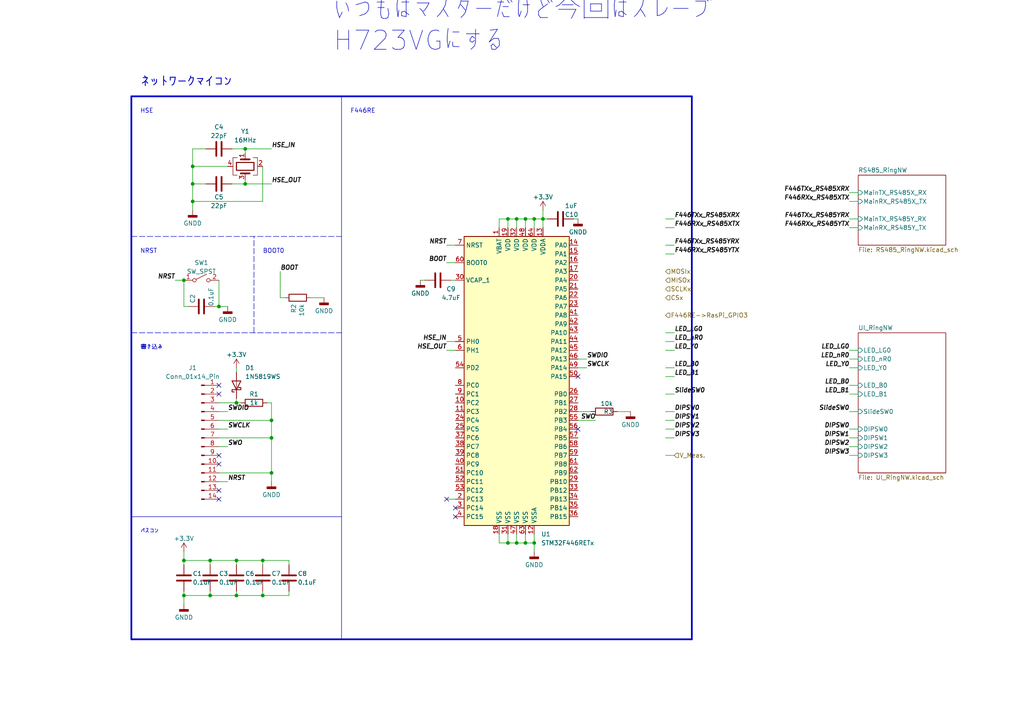
<source format=kicad_sch>
(kicad_sch (version 20230121) (generator eeschema)
  (paper "A4")
  (lib_symbols
    (symbol "Connector:Conn_01x14_Pin" (pin_names (offset 1.016) hide)
      (property "Reference" "J" (at 0 17.78 0))
      (property "Value" "Conn_01x14_Pin" (at 0 -20.32 0))
      (symbol "Conn_01x14_Pin_1_1"
        (polyline (pts (xy 1.27 -17.78) (xy 0.8636 -17.78)) (stroke (width 0.1524)))
        (polyline (pts (xy 1.27 -15.24) (xy 0.8636 -15.24)) (stroke (width 0.1524)))
        (polyline (pts (xy 1.27 -12.7) (xy 0.8636 -12.7)) (stroke (width 0.1524)))
        (polyline (pts (xy 1.27 -10.16) (xy 0.8636 -10.16)) (stroke (width 0.1524)))
        (polyline (pts (xy 1.27 -7.62) (xy 0.8636 -7.62)) (stroke (width 0.1524)))
        (polyline (pts (xy 1.27 -5.08) (xy 0.8636 -5.08)) (stroke (width 0.1524)))
        (polyline (pts (xy 1.27 -2.54) (xy 0.8636 -2.54)) (stroke (width 0.1524)))
        (polyline (pts (xy 1.27 0) (xy 0.8636 0)) (stroke (width 0.1524)))
        (polyline (pts (xy 1.27 2.54) (xy 0.8636 2.54)) (stroke (width 0.1524)))
        (polyline (pts (xy 1.27 5.08) (xy 0.8636 5.08)) (stroke (width 0.1524)))
        (polyline (pts (xy 1.27 7.62) (xy 0.8636 7.62)) (stroke (width 0.1524)))
        (polyline (pts (xy 1.27 10.16) (xy 0.8636 10.16)) (stroke (width 0.1524)))
        (polyline (pts (xy 1.27 12.7) (xy 0.8636 12.7)) (stroke (width 0.1524)))
        (polyline (pts (xy 1.27 15.24) (xy 0.8636 15.24)) (stroke (width 0.1524)))
        (rectangle (start 0.8636 -17.653) (end 0 -17.907) (stroke (width 0.1524)) (fill (type outline)))
        (rectangle (start 0.8636 -15.113) (end 0 -15.367) (stroke (width 0.1524)) (fill (type outline)))
        (rectangle (start 0.8636 -12.573) (end 0 -12.827) (stroke (width 0.1524)) (fill (type outline)))
        (rectangle (start 0.8636 -10.033) (end 0 -10.287) (stroke (width 0.1524)) (fill (type outline)))
        (rectangle (start 0.8636 -7.493) (end 0 -7.747) (stroke (width 0.1524)) (fill (type outline)))
        (rectangle (start 0.8636 -4.953) (end 0 -5.207) (stroke (width 0.1524)) (fill (type outline)))
        (rectangle (start 0.8636 -2.413) (end 0 -2.667) (stroke (width 0.1524)) (fill (type outline)))
        (rectangle (start 0.8636 0.127) (end 0 -0.127) (stroke (width 0.1524)) (fill (type outline)))
        (rectangle (start 0.8636 2.667) (end 0 2.413) (stroke (width 0.1524)) (fill (type outline)))
        (rectangle (start 0.8636 5.207) (end 0 4.953) (stroke (width 0.1524)) (fill (type outline)))
        (rectangle (start 0.8636 7.747) (end 0 7.493) (stroke (width 0.1524)) (fill (type outline)))
        (rectangle (start 0.8636 10.287) (end 0 10.033) (stroke (width 0.1524)) (fill (type outline)))
        (rectangle (start 0.8636 12.827) (end 0 12.573) (stroke (width 0.1524)) (fill (type outline)))
        (rectangle (start 0.8636 15.367) (end 0 15.113) (stroke (width 0.1524)) (fill (type outline)))
        (pin passive line (at 5.08 15.24 180) (length 3.81) (name "Pin_1") (number "1"))
        (pin passive line (at 5.08 -7.62 180) (length 3.81) (name "Pin_10") (number "10"))
        (pin passive line (at 5.08 -10.16 180) (length 3.81) (name "Pin_11") (number "11"))
        (pin passive line (at 5.08 -12.7 180) (length 3.81) (name "Pin_12") (number "12"))
        (pin passive line (at 5.08 -15.24 180) (length 3.81) (name "Pin_13") (number "13"))
        (pin passive line (at 5.08 -17.78 180) (length 3.81) (name "Pin_14") (number "14"))
        (pin passive line (at 5.08 12.7 180) (length 3.81) (name "Pin_2") (number "2"))
        (pin passive line (at 5.08 10.16 180) (length 3.81) (name "Pin_3") (number "3"))
        (pin passive line (at 5.08 7.62 180) (length 3.81) (name "Pin_4") (number "4"))
        (pin passive line (at 5.08 5.08 180) (length 3.81) (name "Pin_5") (number "5"))
        (pin passive line (at 5.08 2.54 180) (length 3.81) (name "Pin_6") (number "6"))
        (pin passive line (at 5.08 0 180) (length 3.81) (name "Pin_7") (number "7"))
        (pin passive line (at 5.08 -2.54 180) (length 3.81) (name "Pin_8") (number "8"))
        (pin passive line (at 5.08 -5.08 180) (length 3.81) (name "Pin_9") (number "9"))
      )
    )
    (symbol "D_Schottky_3" (pin_numbers hide) (pin_names (offset 1.016) hide)
      (property "Reference" "D" (at 0 2.54 0))
      (property "Value" "D_Schottky_3" (at 0 -2.54 0))
      (symbol "D_Schottky_3_0_1"
        (polyline (pts (xy 1.27 0) (xy -1.27 0)))
        (polyline (pts (xy 1.27 1.27) (xy 1.27 -1.27) (xy -1.27 0) (xy 1.27 1.27)) (stroke (width 0.254)))
        (polyline (pts (xy -1.905 0.635) (xy -1.905 1.27) (xy -1.27 1.27) (xy -1.27 -1.27) (xy -0.635 -1.27) (xy -0.635 -0.635)) (stroke (width 0.254)))
      )
      (symbol "D_Schottky_3_1_1"
        (pin passive line (at -3.81 0 0) (length 2.54) (name "K") (number "1"))
        (pin passive line (at 3.81 0 180) (length 2.54) (name "A") (number "2"))
      )
    )
    (symbol "Device:C" (pin_numbers hide) (pin_names (offset 0.254))
      (property "Reference" "C" (at 0.635 2.54 0))
      (property "Value" "C" (at 0.635 -2.54 0))
      (symbol "C_0_1"
        (polyline (pts (xy -2.032 -0.762) (xy 2.032 -0.762)) (stroke (width 0.508)))
        (polyline (pts (xy -2.032 0.762) (xy 2.032 0.762)) (stroke (width 0.508)))
      )
      (symbol "C_1_1"
        (pin passive line (at 0 3.81 270) (length 2.794) (name "~") (number "1"))
        (pin passive line (at 0 -3.81 90) (length 2.794) (name "~") (number "2"))
      )
    )
    (symbol "Device:Crystal_GND24" (pin_names (offset 1.016) hide)
      (property "Reference" "Y" (at 3.175 5.08 0))
      (property "Value" "Crystal_GND24" (at 3.175 3.175 0))
      (symbol "Crystal_GND24_0_1"
        (rectangle (start -1.143 2.54) (end 1.143 -2.54) (stroke (width 0.3048)))
        (polyline (pts (xy -2.54 0) (xy -2.032 0)))
        (polyline (pts (xy -2.032 -1.27) (xy -2.032 1.27)) (stroke (width 0.508)))
        (polyline (pts (xy 0 -3.81) (xy 0 -3.556)))
        (polyline (pts (xy 0 3.556) (xy 0 3.81)))
        (polyline (pts (xy 2.032 -1.27) (xy 2.032 1.27)) (stroke (width 0.508)))
        (polyline (pts (xy 2.032 0) (xy 2.54 0)))
        (polyline (pts (xy -2.54 -2.286) (xy -2.54 -3.556) (xy 2.54 -3.556) (xy 2.54 -2.286)))
        (polyline (pts (xy -2.54 2.286) (xy -2.54 3.556) (xy 2.54 3.556) (xy 2.54 2.286)))
      )
      (symbol "Crystal_GND24_1_1"
        (pin passive line (at -3.81 0 0) (length 1.27) (name "1") (number "1"))
        (pin passive line (at 0 5.08 270) (length 1.27) (name "2") (number "2"))
        (pin passive line (at 3.81 0 180) (length 1.27) (name "3") (number "3"))
        (pin passive line (at 0 -5.08 90) (length 1.27) (name "4") (number "4"))
      )
    )
    (symbol "Device:R" (pin_numbers hide) (pin_names (offset 0))
      (property "Reference" "R" (at 2.032 0 90))
      (property "Value" "R" (at 0 0 90))
      (symbol "R_0_1"
        (rectangle (start -1.016 -2.54) (end 1.016 2.54) (stroke (width 0.254)))
      )
      (symbol "R_1_1"
        (pin passive line (at 0 3.81 270) (length 1.27) (name "~") (number "1"))
        (pin passive line (at 0 -3.81 90) (length 1.27) (name "~") (number "2"))
      )
    )
    (symbol "MCU_ST_STM32F4:STM32F446RETx"
      (property "Reference" "U" (at -15.24 41.91 0))
      (property "Value" "STM32F446RETx" (at 10.16 41.91 0))
      (symbol "STM32F446RETx_0_1"
        (rectangle (start -15.24 -43.18) (end 15.24 40.64) (stroke (width 0.254)) (fill (type background)))
      )
      (symbol "STM32F446RETx_1_1"
        (pin power_in line (at -5.08 43.18 270) (length 2.54) (name "VBAT") (number "1"))
        (pin bidirectional line (at -17.78 -7.62 0) (length 2.54) (name "PC2") (number "10"))
        (pin bidirectional line (at -17.78 -10.16 0) (length 2.54) (name "PC3") (number "11"))
        (pin power_in line (at 5.08 -45.72 90) (length 2.54) (name "VSSA") (number "12"))
        (pin power_in line (at 7.62 43.18 270) (length 2.54) (name "VDDA") (number "13"))
        (pin bidirectional line (at 17.78 38.1 180) (length 2.54) (name "PA0") (number "14"))
        (pin bidirectional line (at 17.78 35.56 180) (length 2.54) (name "PA1") (number "15"))
        (pin bidirectional line (at 17.78 33.02 180) (length 2.54) (name "PA2") (number "16"))
        (pin bidirectional line (at 17.78 30.48 180) (length 2.54) (name "PA3") (number "17"))
        (pin power_in line (at -5.08 -45.72 90) (length 2.54) (name "VSS") (number "18"))
        (pin power_in line (at -2.54 43.18 270) (length 2.54) (name "VDD") (number "19"))
        (pin bidirectional line (at -17.78 -35.56 0) (length 2.54) (name "PC13") (number "2"))
        (pin bidirectional line (at 17.78 27.94 180) (length 2.54) (name "PA4") (number "20"))
        (pin bidirectional line (at 17.78 25.4 180) (length 2.54) (name "PA5") (number "21"))
        (pin bidirectional line (at 17.78 22.86 180) (length 2.54) (name "PA6") (number "22"))
        (pin bidirectional line (at 17.78 20.32 180) (length 2.54) (name "PA7") (number "23"))
        (pin bidirectional line (at -17.78 -12.7 0) (length 2.54) (name "PC4") (number "24"))
        (pin bidirectional line (at -17.78 -15.24 0) (length 2.54) (name "PC5") (number "25"))
        (pin bidirectional line (at 17.78 -5.08 180) (length 2.54) (name "PB0") (number "26"))
        (pin bidirectional line (at 17.78 -7.62 180) (length 2.54) (name "PB1") (number "27"))
        (pin bidirectional line (at 17.78 -10.16 180) (length 2.54) (name "PB2") (number "28"))
        (pin bidirectional line (at 17.78 -30.48 180) (length 2.54) (name "PB10") (number "29"))
        (pin bidirectional line (at -17.78 -38.1 0) (length 2.54) (name "PC14") (number "3"))
        (pin power_in line (at -17.78 27.94 0) (length 2.54) (name "VCAP_1") (number "30"))
        (pin power_in line (at -2.54 -45.72 90) (length 2.54) (name "VSS") (number "31"))
        (pin power_in line (at 0 43.18 270) (length 2.54) (name "VDD") (number "32"))
        (pin bidirectional line (at 17.78 -33.02 180) (length 2.54) (name "PB12") (number "33"))
        (pin bidirectional line (at 17.78 -35.56 180) (length 2.54) (name "PB13") (number "34"))
        (pin bidirectional line (at 17.78 -38.1 180) (length 2.54) (name "PB14") (number "35"))
        (pin bidirectional line (at 17.78 -40.64 180) (length 2.54) (name "PB15") (number "36"))
        (pin bidirectional line (at -17.78 -17.78 0) (length 2.54) (name "PC6") (number "37"))
        (pin bidirectional line (at -17.78 -20.32 0) (length 2.54) (name "PC7") (number "38"))
        (pin bidirectional line (at -17.78 -22.86 0) (length 2.54) (name "PC8") (number "39"))
        (pin bidirectional line (at -17.78 -40.64 0) (length 2.54) (name "PC15") (number "4"))
        (pin bidirectional line (at -17.78 -25.4 0) (length 2.54) (name "PC9") (number "40"))
        (pin bidirectional line (at 17.78 17.78 180) (length 2.54) (name "PA8") (number "41"))
        (pin bidirectional line (at 17.78 15.24 180) (length 2.54) (name "PA9") (number "42"))
        (pin bidirectional line (at 17.78 12.7 180) (length 2.54) (name "PA10") (number "43"))
        (pin bidirectional line (at 17.78 10.16 180) (length 2.54) (name "PA11") (number "44"))
        (pin bidirectional line (at 17.78 7.62 180) (length 2.54) (name "PA12") (number "45"))
        (pin bidirectional line (at 17.78 5.08 180) (length 2.54) (name "PA13") (number "46"))
        (pin power_in line (at 0 -45.72 90) (length 2.54) (name "VSS") (number "47"))
        (pin power_in line (at 2.54 43.18 270) (length 2.54) (name "VDD") (number "48"))
        (pin bidirectional line (at 17.78 2.54 180) (length 2.54) (name "PA14") (number "49"))
        (pin input line (at -17.78 10.16 0) (length 2.54) (name "PH0") (number "5"))
        (pin bidirectional line (at 17.78 0 180) (length 2.54) (name "PA15") (number "50"))
        (pin bidirectional line (at -17.78 -27.94 0) (length 2.54) (name "PC10") (number "51"))
        (pin bidirectional line (at -17.78 -30.48 0) (length 2.54) (name "PC11") (number "52"))
        (pin bidirectional line (at -17.78 -33.02 0) (length 2.54) (name "PC12") (number "53"))
        (pin bidirectional line (at -17.78 2.54 0) (length 2.54) (name "PD2") (number "54"))
        (pin bidirectional line (at 17.78 -12.7 180) (length 2.54) (name "PB3") (number "55"))
        (pin bidirectional line (at 17.78 -15.24 180) (length 2.54) (name "PB4") (number "56"))
        (pin bidirectional line (at 17.78 -17.78 180) (length 2.54) (name "PB5") (number "57"))
        (pin bidirectional line (at 17.78 -20.32 180) (length 2.54) (name "PB6") (number "58"))
        (pin bidirectional line (at 17.78 -22.86 180) (length 2.54) (name "PB7") (number "59"))
        (pin input line (at -17.78 7.62 0) (length 2.54) (name "PH1") (number "6"))
        (pin input line (at -17.78 33.02 0) (length 2.54) (name "BOOT0") (number "60"))
        (pin bidirectional line (at 17.78 -25.4 180) (length 2.54) (name "PB8") (number "61"))
        (pin bidirectional line (at 17.78 -27.94 180) (length 2.54) (name "PB9") (number "62"))
        (pin power_in line (at 2.54 -45.72 90) (length 2.54) (name "VSS") (number "63"))
        (pin power_in line (at 5.08 43.18 270) (length 2.54) (name "VDD") (number "64"))
        (pin input line (at -17.78 38.1 0) (length 2.54) (name "NRST") (number "7"))
        (pin bidirectional line (at -17.78 -2.54 0) (length 2.54) (name "PC0") (number "8"))
        (pin bidirectional line (at -17.78 -5.08 0) (length 2.54) (name "PC1") (number "9"))
      )
    )
    (symbol "Switch:SW_SPST" (pin_names (offset 0) hide)
      (property "Reference" "SW" (at 0 3.175 0))
      (property "Value" "SW_SPST" (at 0 -2.54 0))
      (symbol "SW_SPST_0_0"
        (circle (center -2.032 0) (radius 0.508))
        (polyline (pts (xy -1.524 0.254) (xy 1.524 1.778)))
        (circle (center 2.032 0) (radius 0.508))
      )
      (symbol "SW_SPST_1_1"
        (pin passive line (at -5.08 0 0) (length 2.54) (name "A") (number "1"))
        (pin passive line (at 5.08 0 180) (length 2.54) (name "B") (number "2"))
      )
    )
    (symbol "power:+3.3V" (power) (pin_names (offset 0))
      (property "Value" "+3.3V" (at 0 3.556 0))
      (symbol "+3.3V_0_1"
        (polyline (pts (xy -0.762 1.27) (xy 0 2.54)))
        (polyline (pts (xy 0 0) (xy 0 2.54)))
        (polyline (pts (xy 0 2.54) (xy 0.762 1.27)))
      )
      (symbol "+3.3V_1_1"
        (pin power_in line (at 0 0 90) (length 0) hide (name "+3.3V") (number "1"))
      )
    )
    (symbol "power:GNDD" (power) (pin_names (offset 0))
      (property "Value" "GNDD" (at 0 -3.175 0))
      (symbol "GNDD_0_1"
        (rectangle (start -1.27 -1.524) (end 1.27 -2.032) (stroke (width 0.254)) (fill (type outline)))
        (polyline (pts (xy 0 0) (xy 0 -1.524)))
      )
      (symbol "GNDD_1_1"
        (pin power_in line (at 0 0 270) (length 0) hide (name "GNDD") (number "1"))
      )
    )
  )
  (junction (at 78.74 137.16))
  (junction (at 63.5 88.9))
  (junction (at 78.74 121.92))
  (junction (at 71.12 43.18))
  (junction (at 55.88 53.34))
  (junction (at 55.88 48.26))
  (junction (at 68.58 172.72))
  (junction (at 152.4 63.5))
  (junction (at 53.34 81.28))
  (junction (at 68.58 162.56))
  (junction (at 60.96 172.72))
  (junction (at 157.48 63.5))
  (junction (at 55.88 58.42))
  (junction (at 149.86 157.48))
  (junction (at 53.34 162.56))
  (junction (at 154.94 157.48))
  (junction (at 76.2 162.56))
  (junction (at 152.4 157.48))
  (junction (at 68.58 116.84))
  (junction (at 60.96 162.56))
  (junction (at 147.32 157.48))
  (junction (at 147.32 63.5))
  (junction (at 76.2 172.72))
  (junction (at 149.86 63.5))
  (junction (at 71.12 53.34))
  (junction (at 78.74 127))
  (junction (at 154.94 63.5))
  (junction (at 53.34 172.72))
  (no_connect (at 167.64 124.46))
  (no_connect (at 132.08 149.86))
  (no_connect (at 63.5 132.08))
  (no_connect (at 129.54 144.78))
  (no_connect (at 63.5 142.24))
  (no_connect (at 167.64 109.22))
  (no_connect (at 63.5 111.76))
  (no_connect (at 63.5 114.3))
  (no_connect (at 63.5 144.78))
  (no_connect (at 132.08 147.32))
  (no_connect (at 63.5 134.62))
  (wire (pts (xy 154.94 157.48) (xy 154.94 160.02)))
  (wire (pts (xy 246.38 63.5) (xy 248.92 63.5)))
  (wire (pts (xy 78.74 137.16) (xy 78.74 127)))
  (wire (pts (xy 77.47 116.84) (xy 78.74 116.84)))
  (wire (pts (xy 154.94 63.5) (xy 157.48 63.5)))
  (polyline (pts (xy 99.06 27.94) (xy 99.06 185.42)) (stroke (width 0) (type solid)))
  (wire (pts (xy 81.28 78.74) (xy 81.28 86.36)))
  (wire (pts (xy 152.4 63.5) (xy 152.4 66.04)))
  (wire (pts (xy 60.96 171.45) (xy 60.96 172.72)))
  (wire (pts (xy 60.96 162.56) (xy 60.96 163.83)))
  (polyline (pts (xy 38.1 27.94) (xy 38.1 185.42)) (stroke (width 0.5) (type solid)))
  (wire (pts (xy 246.38 132.08) (xy 248.92 132.08)))
  (wire (pts (xy 246.38 111.76) (xy 248.92 111.76)))
  (wire (pts (xy 76.2 172.72) (xy 83.82 172.72)))
  (wire (pts (xy 195.58 119.38) (xy 193.04 119.38)))
  (wire (pts (xy 68.58 116.84) (xy 63.5 116.84)))
  (wire (pts (xy 152.4 63.5) (xy 154.94 63.5)))
  (wire (pts (xy 63.5 137.16) (xy 78.74 137.16)))
  (wire (pts (xy 147.32 157.48) (xy 149.86 157.48)))
  (polyline (pts (xy 38.1 68.58) (xy 99.06 68.58)) (stroke (width 0) (type dash)))
  (wire (pts (xy 83.82 172.72) (xy 83.82 171.45)))
  (wire (pts (xy 130.81 81.28) (xy 132.08 81.28)))
  (wire (pts (xy 246.38 106.68) (xy 248.92 106.68)))
  (wire (pts (xy 63.5 88.9) (xy 62.23 88.9)))
  (wire (pts (xy 157.48 60.96) (xy 157.48 63.5)))
  (wire (pts (xy 90.17 86.36) (xy 93.98 86.36)))
  (wire (pts (xy 246.38 55.88) (xy 248.92 55.88)))
  (wire (pts (xy 149.86 63.5) (xy 149.86 66.04)))
  (wire (pts (xy 195.58 106.68) (xy 193.04 106.68)))
  (wire (pts (xy 246.38 127) (xy 248.92 127)))
  (wire (pts (xy 195.58 114.3) (xy 193.04 114.3)))
  (wire (pts (xy 67.31 53.34) (xy 71.12 53.34)))
  (wire (pts (xy 68.58 172.72) (xy 76.2 172.72)))
  (wire (pts (xy 149.86 63.5) (xy 152.4 63.5)))
  (wire (pts (xy 154.94 66.04) (xy 154.94 63.5)))
  (wire (pts (xy 78.74 127) (xy 78.74 121.92)))
  (wire (pts (xy 149.86 154.94) (xy 149.86 157.48)))
  (wire (pts (xy 246.38 129.54) (xy 248.92 129.54)))
  (wire (pts (xy 167.64 104.14) (xy 170.18 104.14)))
  (wire (pts (xy 167.64 119.38) (xy 171.45 119.38)))
  (wire (pts (xy 167.64 106.68) (xy 170.18 106.68)))
  (wire (pts (xy 149.86 157.48) (xy 152.4 157.48)))
  (polyline (pts (xy 38.1 185.42) (xy 200.66 185.42)) (stroke (width 0.5) (type solid)))
  (wire (pts (xy 63.5 124.46) (xy 66.04 124.46)))
  (wire (pts (xy 68.58 171.45) (xy 68.58 172.72)))
  (wire (pts (xy 53.34 88.9) (xy 54.61 88.9)))
  (wire (pts (xy 144.78 154.94) (xy 144.78 157.48)))
  (wire (pts (xy 68.58 162.56) (xy 68.58 163.83)))
  (wire (pts (xy 76.2 162.56) (xy 83.82 162.56)))
  (wire (pts (xy 123.19 81.28) (xy 121.92 81.28)))
  (wire (pts (xy 179.07 119.38) (xy 182.88 119.38)))
  (wire (pts (xy 246.38 104.14) (xy 248.92 104.14)))
  (wire (pts (xy 166.37 63.5) (xy 167.64 63.5)))
  (wire (pts (xy 246.38 124.46) (xy 248.92 124.46)))
  (wire (pts (xy 60.96 162.56) (xy 68.58 162.56)))
  (wire (pts (xy 68.58 115.57) (xy 68.58 116.84)))
  (wire (pts (xy 63.5 119.38) (xy 66.04 119.38)))
  (wire (pts (xy 68.58 106.68) (xy 68.58 107.95)))
  (wire (pts (xy 195.58 127) (xy 193.04 127)))
  (wire (pts (xy 246.38 101.6) (xy 248.92 101.6)))
  (wire (pts (xy 152.4 154.94) (xy 152.4 157.48)))
  (wire (pts (xy 59.69 43.18) (xy 55.88 43.18)))
  (wire (pts (xy 147.32 154.94) (xy 147.32 157.48)))
  (wire (pts (xy 76.2 162.56) (xy 76.2 163.83)))
  (wire (pts (xy 246.38 66.04) (xy 248.92 66.04)))
  (wire (pts (xy 71.12 43.18) (xy 71.12 44.45)))
  (polyline (pts (xy 38.1 27.94) (xy 200.66 27.94)) (stroke (width 0.5) (type solid)))
  (wire (pts (xy 55.88 58.42) (xy 76.2 58.42)))
  (wire (pts (xy 129.54 76.2) (xy 132.08 76.2)))
  (wire (pts (xy 53.34 162.56) (xy 60.96 162.56)))
  (wire (pts (xy 53.34 160.02) (xy 53.34 162.56)))
  (wire (pts (xy 246.38 58.42) (xy 248.92 58.42)))
  (wire (pts (xy 76.2 171.45) (xy 76.2 172.72)))
  (wire (pts (xy 195.58 124.46) (xy 193.04 124.46)))
  (wire (pts (xy 144.78 157.48) (xy 147.32 157.48)))
  (wire (pts (xy 83.82 162.56) (xy 83.82 163.83)))
  (wire (pts (xy 53.34 81.28) (xy 53.34 88.9)))
  (wire (pts (xy 195.58 121.92) (xy 193.04 121.92)))
  (wire (pts (xy 55.88 60.96) (xy 55.88 58.42)))
  (wire (pts (xy 78.74 139.7) (xy 78.74 137.16)))
  (wire (pts (xy 63.5 88.9) (xy 66.04 88.9)))
  (wire (pts (xy 55.88 48.26) (xy 66.04 48.26)))
  (polyline (pts (xy 200.66 185.42) (xy 200.66 27.94)) (stroke (width 0.5) (type solid)))
  (wire (pts (xy 147.32 63.5) (xy 149.86 63.5)))
  (polyline (pts (xy 73.66 96.52) (xy 73.66 68.58)) (stroke (width 0) (type dash)))
  (wire (pts (xy 81.28 86.36) (xy 82.55 86.36)))
  (wire (pts (xy 53.34 172.72) (xy 60.96 172.72)))
  (wire (pts (xy 152.4 157.48) (xy 154.94 157.48)))
  (wire (pts (xy 55.88 53.34) (xy 59.69 53.34)))
  (wire (pts (xy 144.78 63.5) (xy 147.32 63.5)))
  (wire (pts (xy 195.58 109.22) (xy 193.04 109.22)))
  (polyline (pts (xy 99.06 149.86) (xy 38.1 149.86)) (stroke (width 0) (type solid)))
  (wire (pts (xy 76.2 48.26) (xy 76.2 58.42)))
  (wire (pts (xy 147.32 66.04) (xy 147.32 63.5)))
  (wire (pts (xy 53.34 172.72) (xy 53.34 175.26)))
  (wire (pts (xy 78.74 43.18) (xy 71.12 43.18)))
  (wire (pts (xy 55.88 43.18) (xy 55.88 48.26)))
  (wire (pts (xy 71.12 52.07) (xy 71.12 53.34)))
  (wire (pts (xy 68.58 116.84) (xy 69.85 116.84)))
  (wire (pts (xy 55.88 53.34) (xy 55.88 58.42)))
  (wire (pts (xy 195.58 96.52) (xy 193.04 96.52)))
  (wire (pts (xy 63.5 127) (xy 78.74 127)))
  (wire (pts (xy 167.64 121.92) (xy 172.72 121.92)))
  (wire (pts (xy 193.04 132.08) (xy 195.58 132.08)))
  (wire (pts (xy 195.58 73.66) (xy 193.04 73.66)))
  (wire (pts (xy 129.54 71.12) (xy 132.08 71.12)))
  (wire (pts (xy 144.78 63.5) (xy 144.78 66.04)))
  (wire (pts (xy 129.54 99.06) (xy 132.08 99.06)))
  (wire (pts (xy 132.08 144.78) (xy 129.54 144.78)))
  (wire (pts (xy 195.58 71.12) (xy 193.04 71.12)))
  (wire (pts (xy 63.5 129.54) (xy 66.04 129.54)))
  (wire (pts (xy 78.74 116.84) (xy 78.74 121.92)))
  (polyline (pts (xy 38.1 96.52) (xy 99.06 96.52)) (stroke (width 0) (type dash)))
  (wire (pts (xy 158.75 63.5) (xy 157.48 63.5)))
  (wire (pts (xy 60.96 172.72) (xy 68.58 172.72)))
  (wire (pts (xy 154.94 154.94) (xy 154.94 157.48)))
  (wire (pts (xy 53.34 171.45) (xy 53.34 172.72)))
  (wire (pts (xy 67.31 43.18) (xy 71.12 43.18)))
  (wire (pts (xy 129.54 101.6) (xy 132.08 101.6)))
  (wire (pts (xy 71.12 53.34) (xy 78.74 53.34)))
  (wire (pts (xy 55.88 48.26) (xy 55.88 53.34)))
  (wire (pts (xy 195.58 63.5) (xy 193.04 63.5)))
  (wire (pts (xy 63.5 121.92) (xy 78.74 121.92)))
  (wire (pts (xy 68.58 162.56) (xy 76.2 162.56)))
  (wire (pts (xy 246.38 114.3) (xy 248.92 114.3)))
  (wire (pts (xy 50.8 81.28) (xy 53.34 81.28)))
  (wire (pts (xy 157.48 63.5) (xy 157.48 66.04)))
  (wire (pts (xy 53.34 162.56) (xy 53.34 163.83)))
  (wire (pts (xy 246.38 119.38) (xy 248.92 119.38)))
  (wire (pts (xy 195.58 66.04) (xy 193.04 66.04)))
  (wire (pts (xy 195.58 99.06) (xy 193.04 99.06)))
  (wire (pts (xy 63.5 139.7) (xy 66.04 139.7)))
  (wire (pts (xy 195.58 101.6) (xy 193.04 101.6)))
  (wire (pts (xy 63.5 81.28) (xy 63.5 88.9)))
  (text "書き込み" (at 40.64 101.6 0) (effects (font (size 1.27 1.27)) (justify left bottom)))
  (text "NRST" (at 40.64 73.66 0) (effects (font (size 1.27 1.27)) (justify left bottom)))
  (text "BOOT0" (at 76.2 73.66 0) (effects (font (size 1.27 1.27)) (justify left bottom)))
  (text "HSE" (at 40.64 33.02 0) (effects (font (size 1.27 1.27)) (justify left bottom)))
  (text "ネットワークマイコン" (at 40.64 25.4 0) (effects (font (size 2.54 2.54) (thickness 0.254) bold) (justify left bottom)))
  (text "MOSI/MISOはいつものとおんなじでいいのか\nいつもはマスターだけど今回はスレーブ\nH723VGにする" (at 96.52 15.24 0) (effects (font (size 5.56 5.56)) (justify left bottom)))
  (text "F446RE" (at 101.6 33.02 0) (effects (font (size 1.27 1.27)) (justify left bottom)))
  (text "パスコン" (at 40.64 154.94 0) (effects (font (size 1.27 1.27)) (justify left bottom)))
  (label "DIPSW0" (at 246.38 124.46 180) (effects (font (thickness 0.254) bold italic)))
  (label "SlideSW0" (at 246.38 119.38 180) (effects (font (thickness 0.254) bold italic)))
  (label "LED_nR0" (at 195.58 99.06 0) (effects (font (thickness 0.254) bold italic)))
  (label "LED_B1" (at 246.38 114.3 180) (effects (font (thickness 0.254) bold italic)))
  (label "DIPSW3" (at 195.58 127 0) (effects (font (thickness 0.254) bold italic)))
  (label "DIPSW2" (at 195.58 124.46 0) (effects (font (thickness 0.254) bold italic)))
  (label "DIPSW1" (at 246.38 127 180) (effects (font (thickness 0.254) bold italic)))
  (label "SWDIO" (at 66.04 119.38 0) (effects (font (thickness 0.254) bold italic)))
  (label "SWCLK" (at 170.18 106.68 0) (effects (font (thickness 0.254) bold italic)))
  (label "DIPSW0" (at 195.58 119.38 0) (effects (font (thickness 0.254) bold italic)))
  (label "BOOT" (at 129.54 76.2 180) (effects (font (thickness 0.254) bold italic)))
  (label "HSE_OUT" (at 78.74 53.34 0) (effects (font (thickness 0.254) bold italic)))
  (label "SlideSW0" (at 195.58 114.3 0) (effects (font (thickness 0.254) bold italic)))
  (label "LED_B0" (at 246.38 111.76 180) (effects (font (thickness 0.254) bold italic)))
  (label "DIPSW2" (at 246.38 129.54 180) (effects (font (thickness 0.254) bold italic)))
  (label "DIPSW1" (at 195.58 121.92 0) (effects (font (thickness 0.254) bold italic)))
  (label "LED_Y0" (at 195.58 101.6 0) (effects (font (thickness 0.254) bold italic)))
  (label "NRST" (at 50.8 81.28 180) (effects (font (thickness 0.254) bold italic)))
  (label "HSE_IN" (at 78.74 43.18 0) (effects (font (thickness 0.254) bold italic)))
  (label "NRST" (at 66.04 139.7 0) (effects (font (thickness 0.254) bold italic)))
  (label "NRST" (at 129.54 71.12 180) (effects (font (thickness 0.254) bold italic)))
  (label "F446RXx_RS485XTX" (at 195.58 66.04 0) (effects (font (thickness 0.254) bold italic)))
  (label "LED_nR0" (at 246.38 104.14 180) (effects (font (thickness 0.254) bold italic)))
  (label "F446TXx_RS485XRX" (at 246.38 55.88 180) (effects (font (thickness 0.254) bold italic)))
  (label "F446RXx_RS485YTX" (at 195.58 73.66 0) (effects (font (thickness 0.254) bold italic)))
  (label "LED_Y0" (at 246.38 106.68 180) (effects (font (thickness 0.254) bold italic)))
  (label "F446TXx_RS485YRX" (at 195.58 71.12 0) (effects (font (thickness 0.254) bold italic)))
  (label "LED_B0" (at 195.58 106.68 0) (effects (font (thickness 0.254) bold italic)))
  (label "SWO" (at 172.72 121.92 180) (effects (font (thickness 0.254) bold italic)))
  (label "DIPSW3" (at 246.38 132.08 180) (effects (font (thickness 0.254) bold italic)))
  (label "SWCLK" (at 66.04 124.46 0) (effects (font (thickness 0.254) bold italic)))
  (label "LED_B1" (at 195.58 109.22 0) (effects (font (thickness 0.254) bold italic)))
  (label "F446TXx_RS485YRX" (at 246.38 63.5 180) (effects (font (thickness 0.254) bold italic)))
  (label "F446TXx_RS485XRX" (at 195.58 63.5 0) (effects (font (thickness 0.254) bold italic)))
  (label "BOOT" (at 81.28 78.74 0) (effects (font (thickness 0.254) bold italic)))
  (label "HSE_IN" (at 129.54 99.06 180) (effects (font (thickness 0.254) bold italic)))
  (label "LED_LG0" (at 246.38 101.6 180) (effects (font (thickness 0.254) bold italic)))
  (label "F446RXx_RS485XTX" (at 246.38 58.42 180) (effects (font (thickness 0.254) bold italic)))
  (label "LED_LG0" (at 195.58 96.52 0) (effects (font (thickness 0.254) bold italic)))
  (label "F446RXx_RS485YTX" (at 246.38 66.04 180) (effects (font (thickness 0.254) bold italic)))
  (label "SWO" (at 66.04 129.54 0) (effects (font (thickness 0.254) bold italic)))
  (label "SWDIO" (at 170.18 104.14 0) (effects (font (thickness 0.254) bold italic)))
  (label "HSE_OUT" (at 129.54 101.6 180) (effects (font (thickness 0.254) bold italic)))
  (hierarchical_label "MISOx" (shape input) (at 193.04 81.28 0))
  (hierarchical_label "MOSIx" (shape input) (at 193.04 78.74 0))
  (hierarchical_label "SCLKx" (shape input) (at 193.04 83.82 0))
  (hierarchical_label "CSx" (shape input) (at 193.04 86.36 0))
  (hierarchical_label "F446RE->RasPi_GPIO3" (shape input) (at 193.04 91.44 0))
  (hierarchical_label "V_Meas." (shape input) (at 195.58 132.08 0))
  (symbol (lib_id "Device:C") (at 60.96 167.64 0) (unit 1)
    (property "Reference" "C3" (at 63.5 166.37 0) (effects (justify left)))
    (property "Value" "0.1uF" (at 63.5 168.91 0) (effects (justify left)))
    (property "Footprint" "Capacitor_SMD:C_0402_1005Metric" (effects hide))
  )
  (symbol (lib_id "Device:Crystal_GND24") (at 71.12 48.26 270) (unit 1)
    (property "Reference" "Y1" (at 71.12 38.1 90))
    (property "Value" "16MHz" (at 71.12 40.64 90))
    (property "Footprint" "Crystal:Crystal_SMD_3225-4Pin_3.2x2.5mm" (effects hide))
  )
  (symbol (lib_id "Switch:SW_SPST") (at 58.42 81.28 0) (unit 1)
    (property "Reference" "SW1" (at 58.42 76.2 0))
    (property "Value" "SW_SPST" (at 58.42 78.74 0))
    (property "Footprint" "Button_Switch_SMD:SW_Push_1P1T_NO_Vertical_Wuerth_434133025816" (effects hide))
  )
  (symbol (lib_id "Device:C") (at 127 81.28 270) (unit 1)
    (property "Reference" "C9" (at 130.81 83.82 90))
    (property "Value" "4.7uF" (at 130.81 86.36 90))
    (property "Footprint" "Capacitor_SMD:C_0603_1608Metric" (effects hide))
  )
  (symbol (lib_id "Device:C") (at 63.5 43.18 90) (unit 1)
    (property "Reference" "C4" (at 63.5 36.83 90))
    (property "Value" "22pF" (at 63.5 39.37 90))
    (property "Footprint" "Capacitor_SMD:C_0603_1608Metric" (effects hide))
  )
  (symbol (lib_name "D_Schottky_3") (lib_id "Device:D_Schottky") (at 68.58 111.76 90) (unit 1)
    (property "Reference" "D1" (at 71.12 106.68 90) (effects (justify right)))
    (property "Value" "1N5819WS" (at 71.12 109.22 90) (effects (justify right)))
    (property "Footprint" "Diode_SMD:D_SOD-323_HandSoldering" (effects hide))
  )
  (symbol (lib_id "power:GNDD") (at 66.04 88.9 0) (unit 1)
    (property "Reference" "#PWR04" (effects hide))
    (property "Value" "GNDD" (at 66.04 92.71 0))
  )
  (symbol (lib_id "power:GNDD") (at 154.94 160.02 0) (unit 1)
    (property "Reference" "#PWR09" (effects hide))
    (property "Value" "GNDD" (at 154.94 163.83 0))
  )
  (symbol (lib_id "Device:C") (at 83.82 167.64 0) (unit 1)
    (property "Reference" "C8" (at 86.36 166.37 0) (effects (justify left)))
    (property "Value" "0.1uF" (at 86.36 168.91 0) (effects (justify left)))
    (property "Footprint" "Capacitor_SMD:C_0402_1005Metric" (effects hide))
  )
  (symbol (lib_id "power:GNDD") (at 121.92 81.28 0) (unit 1)
    (property "Reference" "#PWR08" (effects hide))
    (property "Value" "GNDD" (at 121.92 85.09 0))
  )
  (symbol (lib_id "power:+3.3V") (at 68.58 106.68 0) (unit 1)
    (property "Reference" "#PWR05" (effects hide))
    (property "Value" "+3.3V" (at 68.58 102.87 0))
  )
  (symbol (lib_id "Device:R") (at 175.26 119.38 90) (mirror x) (unit 1)
    (property "Reference" "R3" (at 177.8 119.38 90) (effects (justify left)))
    (property "Value" "10k" (at 177.8 117.0686 90) (effects (justify left)))
    (property "Footprint" "Resistor_SMD:R_0402_1005Metric" (effects hide))
  )
  (symbol (lib_id "Connector:Conn_01x14_Pin") (at 58.42 127 0) (unit 1)
    (property "Reference" "J1" (at 55.88 106.68 0))
    (property "Value" "Conn_01x14_Pin" (at 55.88 109.22 0))
    (property "Footprint" "MyLibrary:BoxHeader_2x07_P1.27mm_Horizontal" (effects hide))
  )
  (symbol (lib_id "power:GNDD") (at 78.74 139.7 0) (unit 1)
    (property "Reference" "#PWR06" (effects hide))
    (property "Value" "GNDD" (at 78.74 143.51 0))
  )
  (symbol (lib_id "power:+3.3V") (at 157.48 60.96 0) (unit 1)
    (property "Reference" "#PWR010" (effects hide))
    (property "Value" "+3.3V" (at 157.48 57.15 0))
  )
  (symbol (lib_id "power:GNDD") (at 53.34 175.26 0) (unit 1)
    (property "Reference" "#PWR02" (effects hide))
    (property "Value" "GNDD" (at 53.34 179.07 0))
  )
  (symbol (lib_id "Device:C") (at 68.58 167.64 0) (unit 1)
    (property "Reference" "C6" (at 71.12 166.37 0) (effects (justify left)))
    (property "Value" "0.1uF" (at 71.12 168.91 0) (effects (justify left)))
    (property "Footprint" "Capacitor_SMD:C_0402_1005Metric" (effects hide))
  )
  (symbol (lib_id "power:GNDD") (at 167.64 63.5 0) (mirror y) (unit 1)
    (property "Reference" "#PWR011" (effects hide))
    (property "Value" "GNDD" (at 167.64 67.31 0))
  )
  (symbol (lib_id "Device:C") (at 162.56 63.5 270) (unit 1)
    (property "Reference" "C10" (at 163.83 62.23 90) (effects (justify left)))
    (property "Value" "1uF" (at 163.83 59.69 90) (effects (justify left)))
    (property "Footprint" "Capacitor_SMD:C_0402_1005Metric" (effects hide))
  )
  (symbol (lib_id "power:GNDD") (at 55.88 60.96 0) (unit 1)
    (property "Reference" "#PWR03" (effects hide))
    (property "Value" "GNDD" (at 55.88 64.77 0))
  )
  (symbol (lib_id "Device:C") (at 63.5 53.34 90) (unit 1)
    (property "Reference" "C5" (at 63.5 57.15 90))
    (property "Value" "22pF" (at 63.5 59.69 90))
    (property "Footprint" "Capacitor_SMD:C_0603_1608Metric" (effects hide))
  )
  (symbol (lib_id "power:+3.3V") (at 53.34 160.02 0) (unit 1)
    (property "Reference" "#PWR01" (effects hide))
    (property "Value" "+3.3V" (at 53.34 156.21 0))
  )
  (symbol (lib_id "Device:C") (at 58.42 88.9 90) (unit 1)
    (property "Reference" "C2" (at 55.88 86.614 0))
    (property "Value" "0.1uF" (at 61.214 86.106 0))
    (property "Footprint" "Capacitor_SMD:C_0402_1005Metric" (effects hide))
  )
  (symbol (lib_id "power:GNDD") (at 93.98 86.36 0) (unit 1)
    (property "Reference" "#PWR07" (effects hide))
    (property "Value" "GNDD" (at 93.98 90.17 0))
  )
  (symbol (lib_id "Device:R") (at 73.66 116.84 90) (mirror x) (unit 1)
    (property "Reference" "R1" (at 73.66 114.3 90))
    (property "Value" "1k" (at 73.66 116.84 90))
    (property "Footprint" "Resistor_SMD:R_0402_1005Metric" (effects hide))
  )
  (symbol (lib_id "MCU_ST_STM32F4:STM32F446RETx") (at 149.86 109.22 0) (unit 1)
    (property "Reference" "U1" (at 156.9594 154.94 0) (effects (justify left)))
    (property "Value" "STM32F446RETx" (at 156.9594 157.48 0) (effects (justify left)))
    (property "Footprint" "Package_QFP:LQFP-64_10x10mm_P0.5mm" (effects hide))
    (property "Datasheet" "http://www.st.com/st-web-ui/static/active/en/resource/technical/document/datasheet/DM00141306.pdf" (effects hide))
  )
  (symbol (lib_id "Device:C") (at 53.34 167.64 0) (unit 1)
    (property "Reference" "C1" (at 55.88 166.37 0) (effects (justify left)))
    (property "Value" "0.1uF" (at 55.88 168.91 0) (effects (justify left)))
    (property "Footprint" "Capacitor_SMD:C_0402_1005Metric" (effects hide))
  )
  (symbol (lib_id "Device:R") (at 86.36 86.36 90) (mirror x) (unit 1)
    (property "Reference" "R2" (at 85.1916 88.138 0) (effects (justify left)))
    (property "Value" "10k" (at 87.503 88.138 0) (effects (justify left)))
    (property "Footprint" "Resistor_SMD:R_0402_1005Metric" (effects hide))
  )
  (symbol (lib_id "power:GNDD") (at 182.88 119.38 0) (unit 1)
    (property "Reference" "#PWR012" (effects hide))
    (property "Value" "GNDD" (at 182.88 123.19 0))
  )
  (symbol (lib_id "Device:C") (at 76.2 167.64 0) (unit 1)
    (property "Reference" "C7" (at 78.74 166.37 0) (effects (justify left)))
    (property "Value" "0.1uF" (at 78.74 168.91 0) (effects (justify left)))
    (property "Footprint" "Capacitor_SMD:C_0402_1005Metric" (effects hide))
  )
  (sheet (at 248.92 96.52) (size 25.4 40.64) (stroke (width 0.1524))
    (property "Sheetname" "UI_RingNW" (at 248.92 95.8084 0) (effects (justify left bottom)))
    (property "Sheetfile" "UI_RingNW.kicad_sch" (at 248.92 137.7446 0) (effects (justify left top)))
    (pin "SlideSW0" input (at 248.92 119.38 180))
    (pin "DIPSW3" input (at 248.92 132.08 180))
    (pin "DIPSW0" input (at 248.92 124.46 180))
    (pin "DIPSW1" input (at 248.92 127 180))
    (pin "DIPSW2" input (at 248.92 129.54 180))
    (pin "LED_B1" input (at 248.92 114.3 180))
    (pin "LED_B0" input (at 248.92 111.76 180))
    (pin "LED_Y0" input (at 248.92 106.68 180))
    (pin "LED_nR0" input (at 248.92 104.14 180))
    (pin "LED_LG0" input (at 248.92 101.6 180))
  )
  (sheet (at 248.92 50.8) (size 25.4 20.32) (stroke (width 0.1524))
    (property "Sheetname" "RS485_RingNW" (at 248.92 50.0884 0) (effects (justify left bottom)))
    (property "Sheetfile" "RS485_RingNW.kicad_sch" (at 248.92 71.7046 0) (effects (justify left top)))
    (pin "MainRX_RS485Y_TX" input (at 248.92 66.04 180))
    (pin "MainTX_RS485Y_RX" input (at 248.92 63.5 180))
    (pin "MainRX_RS485X_TX" input (at 248.92 58.42 180))
    (pin "MainTX_RS485X_RX" input (at 248.92 55.88 180))
  )
)
</source>
